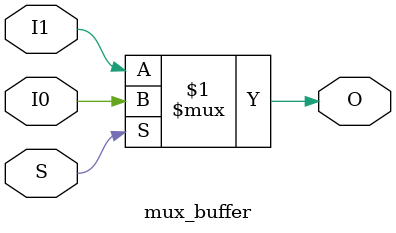
<source format=v>

module mux_buffer (
    input wire I0,
    input wire I1,
    input wire S,
    output wire O
);

    assign O = S ? I0: I1;

endmodule
</source>
